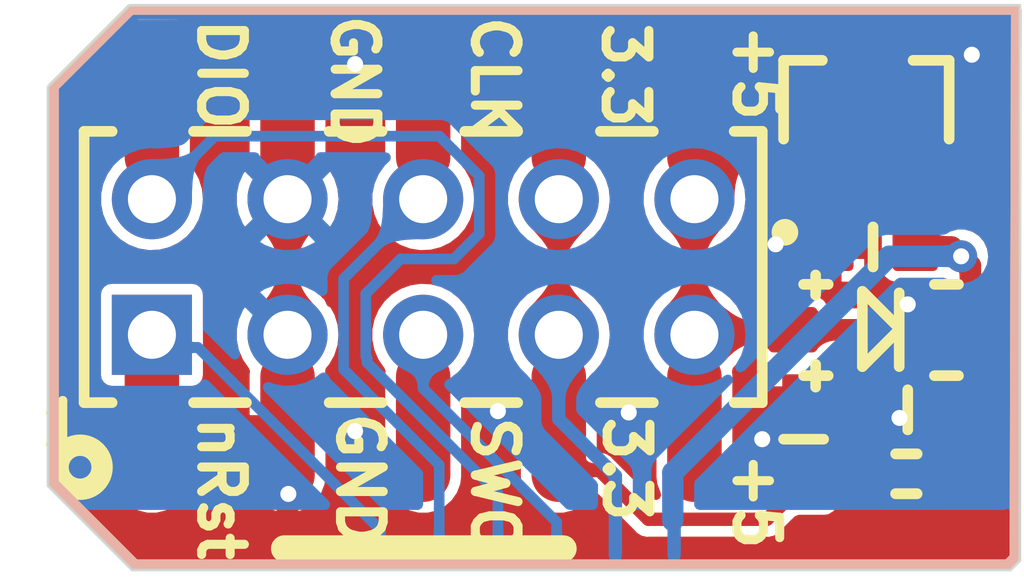
<source format=kicad_pcb>
(kicad_pcb (version 20210108) (generator pcbnew)
  (layers (0 "F.Cu" signal "Top Layer") (31 "B.Cu" signal "Bottom Layer") (34 "B.Paste" user) (35 "F.Paste" user) (36 "B.SilkS" user "B.Silkscreen") (37 "F.SilkS" user "F.Silkscreen") (38 "B.Mask" user) (39 "F.Mask" user) (44 "Edge.Cuts" user))
  (net 0 "")
  (net 1 "SWCLK")
  (net 2 "V33")
  (net 3 "V5ST")
  (net 4 "SWO")
  (net 5 "SWDIO")
  (net 6 "nReset")
  (net 7 "GND")
  (net 8 "V5")
  (footprint "General.pcblib:D Schottky" (layer "F.Cu") (at 15.599951 -4.499996 180)
    (fp_text reference "D480" hide)
    (fp_text value "B5819W" hide)
    (fp_line (start -1.000001 -0.859998) (end -1.45 -0.859998) (layer "F.SilkS") (width 0.2))
    (fp_line (start 1.45 -0.859998) (end 0.990001 -0.859998) (layer "F.SilkS") (width 0.2))
    (fp_line (start 0.349999 0.720001) (end -0.329999 0.040003) (layer "F.SilkS") (width 0.2))
    (fp_line (start 0.349999 -0.690001) (end -0.329999 -0.010002) (layer "F.SilkS") (width 0.2))
    (fp_line (start -1.000001 0.849998) (end -1.45 0.849998) (layer "F.SilkS") (width 0.2))
    (fp_line (start 1.224999 -1.074996) (end 1.224999 -0.649999) (layer "F.SilkS") (width 0.2))
    (fp_line (start 0.349999 -0.690001) (end 0.349999 0.690001) (layer "F.SilkS") (width 0.2))
    (fp_line (start 1.225004 0.649996) (end 1.225004 1.024997) (layer "F.SilkS") (width 0.2))
    (fp_line (start -0.340002 -0.690001) (end -0.340002 0.690001) (layer "F.SilkS") (width 0.2))
    (fp_line (start 1.45 0.849998) (end 0.990001 0.849998) (layer "F.SilkS") (width 0.2))
    (fp_line (start -0.329999 -0.010002) (end -0.329999 0.040003) (layer "F.SilkS") (width 0.2))
    (pad "1" smd roundrect (at -1.649999 0) (size 0.910001 0.850001) (layers "F.Cu" "F.Paste" "F.Mask") (roundrect_rratio 0.1) (net 8 "V5"))
    (pad "2" smd roundrect (at 1.649999 0) (size 0.910001 0.850001) (layers "F.Cu" "F.Paste" "F.Mask") (roundrect_rratio 0.1) (net 3 "V5ST"))
  )
  (footprint "General.pcblib:Cap" (layer "F.Cu") (at 14.174953 -2.45001 -90)
    (fp_text reference "C480" hide)
    (fp_text value "100n" hide)
    (fp_line (start 0 0.4) (end 0 -0.349986) (layer "F.SilkS") (width 0.2))
    (pad "1" smd roundrect (at -0.790001 0 270) (size 0.850001 0.850001) (layers "F.Cu" "F.Paste" "F.Mask") (roundrect_rratio 0.1) (net 7 "GND"))
    (pad "2" smd roundrect (at 0.790001 0 270) (size 0.850001 0.850001) (layers "F.Cu" "F.Paste" "F.Mask") (roundrect_rratio 0.1) (net 2 "V33"))
  )
  (footprint "General.pcblib:Res" (layer "F.Cu") (at 16.074954 -1.800009)
    (fp_text reference "R480" hide)
    (fp_text value "10k" hide)
    (fp_line (start -0.201056 0.37084) (end 0.198943 0.37085) (layer "F.SilkS") (width 0.2032))
    (fp_line (start -0.2 -0.374996) (end 0.199999 -0.374985) (layer "F.SilkS") (width 0.2032))
    (pad "1" smd roundrect (at -0.800001 0) (size 0.700001 0.920001) (layers "F.Cu" "F.Paste" "F.Mask") (roundrect_rratio 0.1) (net 7 "GND"))
    (pad "2" smd roundrect (at 0.800001 0) (size 0.700001 0.920001) (layers "F.Cu" "F.Paste" "F.Mask") (roundrect_rratio 0.1) (net 3 "V5ST"))
  )
  (footprint "General.pcblib:JTAG-STLink-2x5" (layer "F.Cu") (at 7.024949 -5.675)
    (fp_text reference "P480" hide)
    (fp_text value "ST/Link 2x5" hide)
    (fp_text user "1" (at -6.749948 2.949999 unlocked) (layer "F.SilkS") (effects (font (size 0.820001 0.820001) (thickness 0.17))))
    (fp_text user "" (at -7.62 -0.762 unlocked) (layer "F.SilkS") (effects (font (size 1.27 1.27) (thickness 0.2032))))
    (fp_text user "" (at 6.604 1.778 unlocked) (layer "F.SilkS") (effects (font (size 1.27 1.27) (thickness 0.2032))))
    (fp_text user "" (at 6.604 -0.762 unlocked) (layer "F.SilkS") (effects (font (size 1.27 1.27) (thickness 0.2032))))
    (fp_line (start 5.825 -2.54) (end 6.35 -2.54) (layer "F.SilkS") (width 0.2))
    (fp_line (start -4.299999 2.54) (end -3.310001 2.54) (layer "F.SilkS") (width 0.2))
    (fp_line (start 3.320001 -2.54) (end 4.309999 -2.54) (layer "F.SilkS") (width 0.2))
    (fp_line (start 0.780001 -2.54) (end 1.769999 -2.54) (layer "F.SilkS") (width 0.2))
    (fp_line (start -6.35 -2.54) (end -5.825 -2.54) (layer "F.SilkS") (width 0.2))
    (fp_line (start -1.759999 -2.54) (end -0.770001 -2.54) (layer "F.SilkS") (width 0.2))
    (fp_line (start 3.320001 2.54) (end 4.309999 2.54) (layer "F.SilkS") (width 0.2))
    (fp_line (start 0.780001 2.54) (end 1.769999 2.54) (layer "F.SilkS") (width 0.2))
    (fp_line (start -1.759999 2.54) (end -0.770001 2.54) (layer "F.SilkS") (width 0.2))
    (fp_line (start -6.35 2.54) (end -5.825 2.54) (layer "F.SilkS") (width 0.2))
    (fp_line (start 5.825 2.54) (end 6.35 2.54) (layer "F.SilkS") (width 0.2))
    (fp_line (start 6.35 2.54) (end 6.35 -2.54) (layer "F.SilkS") (width 0.2))
    (fp_line (start -4.299999 -2.54) (end -3.310001 -2.54) (layer "F.SilkS") (width 0.2))
    (fp_line (start -6.35 2.54) (end -6.35 -2.54) (layer "F.SilkS") (width 0.2))
    (fp_circle (center -6.425001 3.75) (end -6.425001 3.337687) (layer "F.SilkS") (width 0.399999) (fill none))
    (pad "1" thru_hole rect (at -5.08 1.27) (size 1.5 1.5) (drill 0.900001) (layers *.Cu *.Mask) (net 6 "nReset"))
    (pad "1" smd oval (at -5.08 2.975) (size 1.020001 2.849999) (layers "F.Cu" "F.Paste" "F.Mask") (net 6 "nReset"))
    (pad "2" thru_hole circle (at -5.08 -1.27) (size 1.5 1.5) (drill 0.900001) (layers *.Cu *.Mask) (net 5 "SWDIO"))
    (pad "2" smd oval (at -5.08 -2.975) (size 1.020001 2.849999) (layers "F.Cu" "F.Paste" "F.Mask") (net 5 "SWDIO"))
    (pad "3" smd oval (at -2.54 2.975) (size 1.020001 2.849999) (layers "F.Cu" "F.Paste" "F.Mask") (net 7 "GND"))
    (pad "3" thru_hole circle (at -2.54 1.27) (size 1.5 1.5) (drill 0.900001) (layers *.Cu *.Mask) (net 7 "GND"))
    (pad "4" thru_hole circle (at -2.54 -1.27) (size 1.5 1.5) (drill 0.900001) (layers *.Cu *.Mask) (net 7 "GND"))
    (pad "4" smd oval (at -2.54 -2.975) (size 1.020001 2.849999) (layers "F.Cu" "F.Paste" "F.Mask") (net 7 "GND"))
    (pad "5" thru_hole circle (at 0 1.27) (size 1.5 1.5) (drill 0.900001) (layers *.Cu *.Mask) (net 4 "SWO"))
    (pad "5" smd oval (at 0 2.975) (size 1.020001 2.849999) (layers "F.Cu" "F.Paste" "F.Mask") (net 4 "SWO"))
    (pad "6" thru_hole circle (at 0 -1.27) (size 1.5 1.5) (drill 0.900001) (layers *.Cu *.Mask) (net 1 "SWCLK"))
    (pad "6" smd oval (at 0 -2.975) (size 1.020001 2.849999) (layers "F.Cu" "F.Paste" "F.Mask") (net 1 "SWCLK"))
    (pad "7" smd oval (at 2.54 2.975) (size 1.020001 2.849999) (layers "F.Cu" "F.Paste" "F.Mask") (net 2 "V33"))
    (pad "7" thru_hole circle (at 2.54 1.27) (size 1.5 1.5) (drill 0.900001) (layers *.Cu *.Mask) (net 2 "V33"))
    (pad "8" smd oval (at 2.54 -2.975) (size 1.020001 2.849999) (layers "F.Cu" "F.Paste" "F.Mask") (net 2 "V33"))
    (pad "8" thru_hole circle (at 2.54 -1.27) (size 1.5 1.5) (drill 0.900001) (layers *.Cu *.Mask) (net 2 "V33"))
    (pad "9" thru_hole circle (at 5.08 1.27) (size 1.5 1.5) (drill 0.900001) (layers *.Cu *.Mask) (net 3 "V5ST"))
    (pad "9" smd oval (at 5.08 2.975) (size 1.020001 2.849999) (layers "F.Cu" "F.Paste" "F.Mask") (net 3 "V5ST"))
    (pad "10" thru_hole circle (at 5.08 -1.27) (size 1.5 1.5) (drill 0.900001) (layers *.Cu *.Mask) (net 3 "V5ST"))
    (pad "10" smd oval (at 5.08 -2.975) (size 1.020001 2.849999) (layers "F.Cu" "F.Paste" "F.Mask") (net 3 "V5ST"))
  )
  (footprint "General.pcblib:Cap" (layer "F.Cu") (at 15.449951 -6.024994 180)
    (fp_text reference "C482" hide)
    (fp_text value "100n" hide)
    (fp_line (start 0 -0.349986) (end 0 0.4) (layer "F.SilkS") (width 0.2))
    (pad "1" smd roundrect (at -0.790001 0 180) (size 0.850001 0.850001) (layers "F.Cu" "F.Paste" "F.Mask") (roundrect_rratio 0.1) (net 8 "V5"))
    (pad "2" smd roundrect (at 0.790001 0 180) (size 0.850001 0.850001) (layers "F.Cu" "F.Paste" "F.Mask") (roundrect_rratio 0.1) (net 7 "GND"))
  )
  (footprint "Mod.PcbLib:Mod-Hellen-STLink" (layer "F.Cu") (at 0 0)
    (fp_text reference "M480" hide)
    (fp_text value "Hellen One : ST/Link Module interface" hide)
    (fp_line (start 0.099908 -9.049992) (end 1.549908 -10.499992) (layer "B.SilkS") (width 0.2))
    (fp_line (start 1.625958 -0.098943) (end 17.973858 -0.098943) (layer "B.SilkS") (width 0.2))
    (fp_line (start 17.973858 -0.098943) (end 18.107919 -0.233004) (layer "B.SilkS") (width 0.2))
    (fp_line (start 1.549908 -10.499992) (end 18.106916 -10.499994) (layer "B.SilkS") (width 0.2))
    (fp_line (start 0.099908 -1.624993) (end 0.099908 -9.049992) (layer "B.SilkS") (width 0.2))
    (fp_line (start 18.106916 -10.499994) (end 18.133322 -10.473588) (layer "B.SilkS") (width 0.2))
    (fp_line (start 18.107919 -0.233004) (end 18.133322 -10.473588) (layer "B.SilkS") (width 0.2))
    (fp_line (start 0.099908 -1.624993) (end 1.625958 -0.098943) (layer "B.SilkS") (width 0.2))
    (fp_line (start 17.973939 -0.098943) (end 18.108 -0.233004) (layer "F.SilkS") (width 0.2))
    (fp_line (start 0.09999 -1.624993) (end 0.09999 -9.049992) (layer "F.SilkS") (width 0.2))
    (fp_line (start 1.549989 -10.499992) (end 18.106997 -10.499994) (layer "F.SilkS") (width 0.2))
    (fp_line (start 18.106997 -10.499994) (end 18.133403 -10.473588) (layer "F.SilkS") (width 0.2))
    (fp_line (start 0.09999 -9.049992) (end 1.549989 -10.499992) (layer "F.SilkS") (width 0.2))
    (fp_line (start 0.09999 -1.624993) (end 1.626039 -0.098943) (layer "F.SilkS") (width 0.2))
    (fp_line (start 18.108 -0.233004) (end 18.133403 -10.473588) (layer "F.SilkS") (width 0.2))
    (fp_line (start 1.626039 -0.098943) (end 17.973939 -0.098943) (layer "F.SilkS") (width 0.2))
    (pad "G" smd roundrect (at 0.947981 -0.952002 225) (size 0.2 2.240001) (layers "F.Cu" "F.Paste") (roundrect_rratio 0.5) (net 7 "GND"))
    (pad "G" smd roundrect (at 9.853978 -0.229011 270) (size 0.2 16.46) (layers "F.Cu" "F.Paste") (roundrect_rratio 0.5) (net 7 "GND"))
    (pad "G" smd roundrect (at 0.224991 -5.322494 180) (size 0.2 7.49) (layers "B.Cu" "B.Paste") (roundrect_rratio 0.5) (net 7 "GND"))
    (pad "G" smd roundrect (at 9.820554 -10.406637 270) (size 0.2 16.55) (layers "F.Cu" "F.Paste") (roundrect_rratio 0.5) (net 7 "GND"))
    (pad "G" smd roundrect (at 0.935424 -9.700943 135) (size 0.2 2.190001) (layers "B.Cu" "B.Paste") (roundrect_rratio 0.5) (net 7 "GND"))
    (pad "G" smd roundrect (at 18.017475 -5.811825) (size 0.2 9.369999) (layers "B.Cu" "B.Paste") (roundrect_rratio 0.5) (net 7 "GND"))
    (pad "G" smd roundrect (at 0.224991 -5.322494 180) (size 0.2 7.49) (layers "F.Cu" "F.Paste") (roundrect_rratio 0.5) (net 7 "GND"))
    (pad "G" smd roundrect (at 18.017475 -5.311828) (size 0.2 10.37) (layers "F.Cu" "F.Paste") (roundrect_rratio 0.5) (net 7 "GND"))
    (pad "G" smd roundrect (at 0.935424 -9.700943 135) (size 0.2 2.190001) (layers "F.Cu" "F.Paste") (roundrect_rratio 0.5) (net 7 "GND"))
    (pad "G" smd roundrect (at 9.820554 -10.406637 270) (size 0.2 16.55) (layers "B.Cu" "B.Paste") (roundrect_rratio 0.5) (net 7 "GND"))
    (pad "G" smd roundrect (at 0.447957 -1.452027 225) (size 0.2 0.800001) (layers "B.Cu" "B.Paste") (roundrect_rratio 0.5) (net 7 "GND"))
    (pad "N1" smd roundrect (at 11.724991 -0.399994 180) (size 0.25 0.499999) (layers "B.Cu" "B.Paste" "B.Mask") (roundrect_rratio 0.5) (net 8 "V5"))
    (pad "N2" smd roundrect (at 10.624993 -0.399994 180) (size 0.25 0.499999) (layers "B.Cu" "B.Paste" "B.Mask") (roundrect_rratio 0.5) (net 2 "V33"))
    (pad "N3" smd roundrect (at 9.524995 -0.399994 180) (size 0.25 0.499999) (layers "B.Cu" "B.Paste" "B.Mask") (roundrect_rratio 0.5) (net 4 "SWO"))
    (pad "N4" smd roundrect (at 8.424997 -0.399994 180) (size 0.25 0.499999) (layers "B.Cu" "B.Paste" "B.Mask") (roundrect_rratio 0.5) (net 5 "SWDIO"))
    (pad "N5" smd roundrect (at 7.324999 -0.399994 180) (size 0.25 0.499999) (layers "B.Cu" "B.Paste" "B.Mask") (roundrect_rratio 0.5) (net 1 "SWCLK"))
    (pad "N6" smd roundrect (at 6.225002 -0.399994 180) (size 0.25 0.499999) (layers "B.Cu" "B.Paste" "B.Mask") (roundrect_rratio 0.5) (net 6 "nReset"))
  )
  (footprint "General.pcblib:Cap" (layer "F.Cu") (at 16.099953 -2.975008 180)
    (fp_text reference "C481" hide)
    (fp_text value "100n" hide)
    (fp_line (start 0 -0.349987) (end 0 0.399999) (layer "F.SilkS") (width 0.2))
    (pad "1" smd roundrect (at -0.790001 0 180) (size 0.850001 0.850001) (layers "F.Cu" "F.Paste" "F.Mask") (roundrect_rratio 0.1) (net 3 "V5ST"))
    (pad "2" smd roundrect (at 0.790001 0 180) (size 0.850001 0.850001) (layers "F.Cu" "F.Paste" "F.Mask") (roundrect_rratio 0.1) (net 7 "GND"))
  )
  (footprint "Small.PcbLib:78xx" (layer "F.Cu") (at 15.349952 -8.37501 90)
    (fp_text reference "U480" hide)
    (fp_text value "AP2337SA-7" hide)
    (fp_line (start 1.170003 0.850003) (end 1.170003 1.525) (layer "F.SilkS") (width 0.2))
    (fp_line (start 1.170003 -1.575001) (end 1.170003 -0.849999) (layer "F.SilkS") (width 0.2))
    (fp_line (start -0.304998 1.525) (end 1.170003 1.525) (layer "F.SilkS") (width 0.2))
    (fp_line (start -0.304998 -1.575001) (end 1.170003 -1.575001) (layer "F.SilkS") (width 0.2))
    (fp_circle (center -2.050001 -1.55) (end -1.925 -1.55) (layer "F.SilkS") (width 0.25) (fill none))
    (pad "1" smd roundrect (at -1.179998 -0.949999) (size 0.900001 0.950001) (layers "F.Cu" "F.Paste" "F.Mask") (roundrect_rratio 0.1) (net 7 "GND"))
    (pad "2" smd roundrect (at -1.180003 0.95) (size 0.899998 0.950011) (layers "F.Cu" "F.Paste" "F.Mask") (roundrect_rratio 0.1) (net 8 "V5"))
    (pad "3" smd roundrect (at 1.170003 0.000002) (size 0.900001 0.950001) (layers "F.Cu" "F.Paste" "F.Mask") (roundrect_rratio 0.1) (net 3 "V5ST"))
  )
  (gr_poly (pts (xy 17.082453 -2.65827) (xy 17.083659 -2.593) (xy 17.093321 -2.477971) (xy 17.101777 -2.428212) (xy 17.112645 -2.383627) (xy 17.12593 -2.344214) (xy 17.141629 -2.309973) (xy 17.159745 -2.280902) (xy 17.180276 -2.257003) (xy 17.203222 -2.238276) (xy 16.546688 -2.238276) (xy 16.572484 -2.258807) (xy 16.595562 -2.284108) (xy 16.615928 -2.314181) (xy 16.633579 -2.349025) (xy 16.648511 -2.388639) (xy 16.660731 -2.433023) (xy 16.670233 -2.482179) (xy 16.677023 -2.536106) (xy 16.681094 -2.594803) (xy 16.682453 -2.65827)) (layer "F.Cu") (width 0) (fill solid))
  (gr_poly (pts (xy 13.574619 -1.236452) (xy 13.62442 -1.287991) (xy 13.702812 -1.380282) (xy 13.7314 -1.421031) (xy 13.752919 -1.458184) (xy 13.767366 -1.491742) (xy 13.774743 -1.521701) (xy 13.775047 -1.548067) (xy 13.768281 -1.570833) (xy 13.754443 -1.590004) (xy 14.104948 -1.2395) (xy 14.085776 -1.253338) (xy 14.06301 -1.260104) (xy 14.036645 -1.259799) (xy 14.006685 -1.252423) (xy 13.973127 -1.237976) (xy 13.935974 -1.216457) (xy 13.895225 -1.187869) (xy 13.850877 -1.152208) (xy 13.751395 -1.059675)) (layer "F.Cu") (width 0) (fill solid))
  (gr_poly (pts (xy 16.682453 -2.151451) (xy 16.680538 -2.209061) (xy 16.67479 -2.2633) (xy 16.665212 -2.314171) (xy 16.651801 -2.361672) (xy 16.634557 -2.405804) (xy 16.613482 -2.446566) (xy 16.588577 -2.48396) (xy 16.55984 -2.517983) (xy 16.527269 -2.548639) (xy 16.490869 -2.575923) (xy 17.280758 -2.574056) (xy 17.24308 -2.569916) (xy 17.209369 -2.557302) (xy 17.179623 -2.53622) (xy 17.153842 -2.506665) (xy 17.132028 -2.468639) (xy 17.114182 -2.422144) (xy 17.100301 -2.367176) (xy 17.090385 -2.303739) (xy 17.084436 -2.231829) (xy 17.082453 -2.151451)) (layer "F.Cu") (width 0) (fill solid))
  (gr_poly (pts (xy 9.439951 -5.755488) (xy 9.43595 -5.809155) (xy 9.423949 -5.865429) (xy 9.403949 -5.924306) (xy 9.37595 -5.985787) (xy 9.339948 -6.049876) (xy 9.29595 -6.116569) (xy 9.243949 -6.185865) (xy 9.115948 -6.332278) (xy 9.039949 -6.40939) (xy 10.089949 -6.40939) (xy 10.01395 -6.332278) (xy 9.885949 -6.185865) (xy 9.833948 -6.116569) (xy 9.78995 -6.049876) (xy 9.753948 -5.985787) (xy 9.72595 -5.924306) (xy 9.70595 -5.865429) (xy 9.693948 -5.809155) (xy 9.689948 -5.755488)) (layer "F.Cu") (width 0) (fill solid))
  (gr_poly (pts (xy 17.074952 -5.396047) (xy 17.074746 -5.430142) (xy 17.067538 -5.547779) (xy 17.06486 -5.560738) (xy 17.061772 -5.570177) (xy 17.058269 -5.576095) (xy 17.054358 -5.578488) (xy 17.390285 -5.799435) (xy 17.474951 -5.451328)) (layer "F.Cu") (width 0) (fill solid))
  (gr_poly (pts (xy 14.99851 -2.775008) (xy 14.899831 -2.775486) (xy 14.55752 -2.798432) (xy 14.542094 -2.805603) (xy 14.538564 -2.813731) (xy 14.546928 -2.822814) (xy 14.595462 -3.375007) (xy 14.596328 -3.337006) (xy 14.60596 -3.303008) (xy 14.624352 -3.273008) (xy 14.651512 -3.247006) (xy 14.687436 -3.225008) (xy 14.732122 -3.207007) (xy 14.785571 -3.193009) (xy 14.847788 -3.183009) (xy 14.918766 -3.177007) (xy 14.99851 -3.175008)) (layer "F.Cu") (width 0) (fill solid))
  (gr_poly (pts (xy 16.414951 -6.848551) (xy 16.416934 -6.769852) (xy 16.422883 -6.699509) (xy 16.432799 -6.637523) (xy 16.44668 -6.583896) (xy 16.464526 -6.538625) (xy 16.48634 -6.501714) (xy 16.512121 -6.473157) (xy 16.541867 -6.452961) (xy 16.575578 -6.44112) (xy 16.613256 -6.437638) (xy 15.840867 -6.424079) (xy 15.873943 -6.449261) (xy 15.903537 -6.478278) (xy 15.929651 -6.511133) (xy 15.952282 -6.547825) (xy 15.971431 -6.588354) (xy 15.987098 -6.63272) (xy 15.999285 -6.680921) (xy 16.007989 -6.732961) (xy 16.013212 -6.788838) (xy 16.014951 -6.848551)) (layer "F.Cu") (width 0) (fill solid))
  (gr_poly (pts (xy 17.474951 -5.323553) (xy 17.476935 -5.243848) (xy 17.482884 -5.172428) (xy 17.4928 -5.109291) (xy 17.506681 -5.054437) (xy 17.524527 -5.007867) (xy 17.54634 -4.969581) (xy 17.572121 -4.939579) (xy 17.601867 -4.917862) (xy 17.635578 -4.904425) (xy 17.673257 -4.899276) (xy 16.875547 -4.919571) (xy 16.913433 -4.922698) (xy 16.947332 -4.934105) (xy 16.977243 -4.953798) (xy 17.003166 -4.981773) (xy 17.025102 -5.018029) (xy 17.043047 -5.062568) (xy 17.057004 -5.11539) (xy 17.066976 -5.176495) (xy 17.072958 -5.245882) (xy 17.074952 -5.323553)) (layer "F.Cu") (width 0) (fill solid))
  (gr_poly (pts (xy 4.684949 -5.57784) (xy 4.6882 -5.514106) (xy 4.697948 -5.450375) (xy 4.714199 -5.386647) (xy 4.736948 -5.322921) (xy 4.766198 -5.259194) (xy 4.801949 -5.195473) (xy 4.844199 -5.131753) (xy 4.892949 -5.068034) (xy 4.948199 -5.004318) (xy 5.009949 -4.940605) (xy 3.959949 -4.940605) (xy 4.021699 -5.004318) (xy 4.076949 -5.068034) (xy 4.125699 -5.131753) (xy 4.16795 -5.195473) (xy 4.2037 -5.259194) (xy 4.232951 -5.322921) (xy 4.255699 -5.386647) (xy 4.27195 -5.450375) (xy 4.281698 -5.514106) (xy 4.28495 -5.57784)) (layer "F.Cu") (width 0) (fill solid))
  (gr_poly (pts (xy 16.014951 -6.321346) (xy 16.013575 -6.38572) (xy 16.002559 -6.499951) (xy 15.992922 -6.549807) (xy 15.980529 -6.594823) (xy 15.965383 -6.635001) (xy 15.947484 -6.670337) (xy 15.926831 -6.700835) (xy 15.903425 -6.726494) (xy 15.877263 -6.747312) (xy 16.61495 -6.724393) (xy 16.576949 -6.721483) (xy 16.542951 -6.710261) (xy 16.512951 -6.690728) (xy 16.48695 -6.662887) (xy 16.464951 -6.626738) (xy 16.44695 -6.582278) (xy 16.432952 -6.529509) (xy 16.422952 -6.468433) (xy 16.41695 -6.399045) (xy 16.414951 -6.321346)) (layer "F.Cu") (width 0) (fill solid))
  (gr_poly (pts (xy 12.304949 -5.57784) (xy 12.3082 -5.514106) (xy 12.317948 -5.450375) (xy 12.334199 -5.386647) (xy 12.356948 -5.322921) (xy 12.386198 -5.259194) (xy 12.421949 -5.195473) (xy 12.464199 -5.131753) (xy 12.512949 -5.068034) (xy 12.568199 -5.004318) (xy 12.629949 -4.940605) (xy 11.579949 -4.940605) (xy 11.641699 -5.004318) (xy 11.696949 -5.068034) (xy 11.745699 -5.131753) (xy 11.78795 -5.195473) (xy 11.8237 -5.259194) (xy 11.852951 -5.322921) (xy 11.875699 -5.386647) (xy 11.89195 -5.450375) (xy 11.901698 -5.514106) (xy 11.90495 -5.57784)) (layer "F.Cu") (width 0) (fill solid))
  (gr_poly (pts (xy 14.575691 -3.175008) (xy 14.635305 -3.176115) (xy 14.735703 -3.184972) (xy 14.776491 -3.192719) (xy 14.811004 -3.202683) (xy 14.839241 -3.21486) (xy 14.861205 -3.229252) (xy 14.876892 -3.245858) (xy 14.886305 -3.264677) (xy 14.889442 -3.285711) (xy 14.889442 -2.664305) (xy 14.886305 -2.685339) (xy 14.876892 -2.704158) (xy 14.861205 -2.720764) (xy 14.839241 -2.735156) (xy 14.811004 -2.747333) (xy 14.776491 -2.757297) (xy 14.735703 -2.765044) (xy 14.688642 -2.770581) (xy 14.635305 -2.773901) (xy 14.575691 -2.775008)) (layer "F.Cu") (width 0) (fill solid))
  (gr_poly (pts (xy 15.092451 -2.151451) (xy 15.090635 -2.210262) (xy 15.085187 -2.265439) (xy 15.076109 -2.316975) (xy 15.063399 -2.364877) (xy 15.047057 -2.409144) (xy 15.027082 -2.449772) (xy 15.003475 -2.486764) (xy 14.976236 -2.520122) (xy 14.945368 -2.54984) (xy 14.910867 -2.575923) (xy 15.690756 -2.567376) (xy 15.653078 -2.563607) (xy 15.619367 -2.551435) (xy 15.589621 -2.530856) (xy 15.56384 -2.501872) (xy 15.542026 -2.464481) (xy 15.52418 -2.418687) (xy 15.510299 -2.364486) (xy 15.500383 -2.30188) (xy 15.494434 -2.230867) (xy 15.492451 -2.151451)) (layer "F.Cu") (width 0) (fill solid))
  (gr_poly (pts (xy 9.689948 -5.594507) (xy 9.693948 -5.54084) (xy 9.70595 -5.484566) (xy 9.72595 -5.425689) (xy 9.753948 -5.364208) (xy 9.78995 -5.300119) (xy 9.833948 -5.233426) (xy 9.885949 -5.16413) (xy 10.01395 -5.017717) (xy 10.089949 -4.940605) (xy 9.039949 -4.940605) (xy 9.115948 -5.017717) (xy 9.243949 -5.16413) (xy 9.29595 -5.233426) (xy 9.339948 -5.300119) (xy 9.37595 -5.364208) (xy 9.403949 -5.425689) (xy 9.423949 -5.484566) (xy 9.43595 -5.54084) (xy 9.439951 -5.594507)) (layer "F.Cu") (width 0) (fill solid))
  (gr_poly (pts (xy 13.28928 -4.252498) (xy 13.224571 -4.249123) (xy 13.16054 -4.238998) (xy 13.097187 -4.22212) (xy 13.034513 -4.198496) (xy 12.972519 -4.168117) (xy 12.911204 -4.13099) (xy 12.850566 -4.087111) (xy 12.790609 -4.036482) (xy 12.731331 -3.979103) (xy 12.672731 -3.914973) (xy 12.606231 -4.962865) (xy 12.674971 -4.903897) (xy 12.810404 -4.804578) (xy 12.877096 -4.76423) (xy 12.943108 -4.73009) (xy 13.008437 -4.702157) (xy 13.073085 -4.68043) (xy 13.13705 -4.664913) (xy 13.200334 -4.655602) (xy 13.262935 -4.652498)) (layer "F.Cu") (width 0) (fill solid))
  (gr_poly (pts (xy 16.924967 -5.849996) (xy 16.874711 -5.849381) (xy 16.755684 -5.840164) (xy 16.726588 -5.834631) (xy 16.702783 -5.82787) (xy 16.684267 -5.819882) (xy 16.671041 -5.810664) (xy 16.663106 -5.800214) (xy 16.660462 -5.788538) (xy 16.660462 -6.311453) (xy 16.663106 -6.299777) (xy 16.671041 -6.289327) (xy 16.684267 -6.280109) (xy 16.702783 -6.272121) (xy 16.726588 -6.26536) (xy 16.755684 -6.259827) (xy 16.790071 -6.255527) (xy 16.874711 -6.25061) (xy 16.924967 -6.249995)) (layer "F.Cu") (width 0) (fill solid))
  (gr_poly (pts (xy 14.501299 -9.540001) (xy 14.58069 -9.542) (xy 14.651393 -9.548002) (xy 14.713412 -9.558002) (xy 14.766745 -9.572) (xy 14.811393 -9.590001) (xy 14.847354 -9.612) (xy 14.874631 -9.638002) (xy 14.893221 -9.668002) (xy 14.903127 -9.702) (xy 14.904347 -9.740001) (xy 14.956028 -9.078105) (xy 14.934844 -9.089865) (xy 14.908352 -9.100388) (xy 14.876551 -9.109672) (xy 14.839439 -9.117719) (xy 14.797021 -9.124528) (xy 14.696252 -9.134432) (xy 14.574246 -9.139382) (xy 14.50528 -9.140002)) (layer "F.Cu") (width 0) (fill solid))
  (gr_poly (pts (xy 13.075694 -7.632901) (xy 13.032925 -7.585537) (xy 12.994757 -7.533577) (xy 12.961183 -7.477023) (xy 12.932209 -7.415875) (xy 12.90783 -7.350133) (xy 12.888051 -7.279795) (xy 12.87287 -7.204862) (xy 12.862286 -7.125335) (xy 12.856299 -7.041215) (xy 12.854912 -6.952498) (xy 12.11245 -7.69496) (xy 12.201167 -7.696347) (xy 12.285287 -7.702334) (xy 12.364814 -7.712918) (xy 12.439747 -7.7281) (xy 12.510084 -7.747879) (xy 12.575827 -7.772258) (xy 12.636975 -7.801232) (xy 12.693528 -7.834805) (xy 12.745489 -7.872974) (xy 12.792852 -7.915742)) (layer "F.Cu") (width 0) (fill solid))
  (gr_poly (pts (xy 13.096395 -4.652498) (xy 13.174342 -4.654492) (xy 13.243979 -4.660473) (xy 13.305305 -4.670445) (xy 13.35832 -4.684403) (xy 13.403024 -4.702348) (xy 13.439414 -4.724283) (xy 13.467497 -4.750206) (xy 13.487265 -4.780117) (xy 13.498723 -4.814016) (xy 13.50187 -4.851903) (xy 13.520867 -4.100911) (xy 13.498391 -4.129712) (xy 13.471479 -4.155483) (xy 13.440126 -4.178221) (xy 13.404337 -4.197927) (xy 13.364108 -4.214602) (xy 13.319443 -4.228244) (xy 13.270337 -4.238856) (xy 13.216796 -4.246436) (xy 13.158813 -4.250982) (xy 13.096395 -4.252498)) (layer "F.Cu") (width 0) (fill solid))
  (gr_poly (pts (xy 11.90495 -5.772155) (xy 11.901698 -5.835889) (xy 11.89195 -5.89962) (xy 11.875699 -5.963349) (xy 11.852951 -6.027075) (xy 11.8237 -6.090801) (xy 11.78795 -6.154522) (xy 11.745699 -6.218243) (xy 11.696949 -6.281961) (xy 11.641699 -6.345677) (xy 11.579949 -6.40939) (xy 12.629949 -6.40939) (xy 12.568199 -6.345677) (xy 12.512949 -6.281961) (xy 12.464199 -6.218243) (xy 12.421949 -6.154522) (xy 12.386198 -6.090801) (xy 12.356948 -6.027075) (xy 12.334199 -5.963349) (xy 12.317948 -5.89962) (xy 12.3082 -5.835889) (xy 12.304949 -5.772155)) (layer "F.Cu") (width 0) (fill solid))
  (gr_poly (pts (xy 16.466396 -3.681407) (xy 16.548694 -3.601908) (xy 16.696139 -3.476846) (xy 16.761282 -3.431289) (xy 16.820711 -3.397042) (xy 16.874419 -3.374111) (xy 16.922412 -3.36249) (xy 16.964685 -3.362185) (xy 17.001241 -3.373196) (xy 17.032079 -3.395518) (xy 16.469444 -2.832882) (xy 16.491765 -2.86372) (xy 16.502776 -2.900276) (xy 16.502471 -2.942549) (xy 16.490851 -2.990543) (xy 16.46792 -3.044251) (xy 16.433673 -3.103679) (xy 16.388116 -3.168823) (xy 16.331242 -3.239686) (xy 16.183554 -3.398566)) (layer "F.Cu") (width 0) (fill solid))
  (gr_poly (pts (xy 10.320571 -1.741688) (xy 10.268986 -1.740461) (xy 10.222664 -1.736786) (xy 10.18161 -1.730662) (xy 10.145824 -1.722084) (xy 10.115301 -1.711061) (xy 10.090046 -1.697584) (xy 10.070056 -1.681658) (xy 10.055334 -1.663281) (xy 10.045878 -1.642455) (xy 10.041687 -1.619179) (xy 10.073226 -2.11536) (xy 10.074328 -2.091863) (xy 10.08078 -2.070837) (xy 10.092578 -2.052287) (xy 10.109728 -2.036209) (xy 10.132225 -2.022605) (xy 10.160071 -2.011474) (xy 10.193269 -2.002818) (xy 10.231813 -1.996633) (xy 10.275705 -1.992922) (xy 10.324948 -1.991685)) (layer "F.Cu") (width 0) (fill solid))
  (gr_poly (pts (xy 4.28495 -5.772155) (xy 4.281698 -5.835889) (xy 4.27195 -5.89962) (xy 4.255699 -5.963349) (xy 4.232951 -6.027075) (xy 4.2037 -6.090801) (xy 4.16795 -6.154522) (xy 4.125699 -6.218243) (xy 4.076949 -6.281961) (xy 4.021699 -6.345677) (xy 3.959949 -6.40939) (xy 5.009949 -6.40939) (xy 4.948199 -6.345677) (xy 4.892949 -6.281961) (xy 4.844199 -6.218243) (xy 4.801949 -6.154522) (xy 4.766198 -6.090801) (xy 4.736948 -6.027075) (xy 4.714199 -5.963349) (xy 4.697948 -5.89962) (xy 4.6882 -5.835889) (xy 4.684949 -5.772155)) (layer "F.Cu") (width 0) (fill solid))
  (gr_poly (pts (xy 14.803509 -4.299996) (xy 14.746801 -4.298005) (xy 14.693262 -4.292034) (xy 14.642894 -4.282079) (xy 14.595693 -4.268142) (xy 14.551663 -4.250225) (xy 14.510799 -4.228325) (xy 14.473105 -4.202445) (xy 14.438579 -4.172582) (xy 14.407223 -4.138737) (xy 14.379037 -4.100911) (xy 14.379037 -4.899081) (xy 14.407223 -4.861255) (xy 14.438579 -4.82741) (xy 14.473105 -4.797547) (xy 14.510799 -4.771667) (xy 14.551663 -4.749767) (xy 14.595693 -4.73185) (xy 14.642894 -4.717913) (xy 14.693262 -4.707959) (xy 14.746801 -4.701987) (xy 14.803509 -4.699996)) (layer "F.Cu") (width 0) (fill solid))
  (gr_poly (pts (xy 15.492451 -2.65827) (xy 15.493558 -2.591796) (xy 15.50242 -2.475164) (xy 15.510175 -2.425007) (xy 15.520142 -2.380287) (xy 15.532329 -2.341006) (xy 15.546728 -2.307166) (xy 15.563342 -2.278764) (xy 15.582174 -2.255799) (xy 15.60322 -2.238276) (xy 14.946686 -2.238276) (xy 14.974382 -2.260011) (xy 14.999162 -2.286246) (xy 15.021027 -2.316988) (xy 15.039975 -2.352233) (xy 15.05601 -2.391979) (xy 15.069129 -2.436231) (xy 15.079332 -2.484986) (xy 15.08662 -2.538245) (xy 15.090993 -2.596004) (xy 15.092451 -2.65827)) (layer "F.Cu") (width 0) (fill solid))
  (gr_poly (pts (xy 16.676284 -6.249995) (xy 17.024391 -6.165329) (xy 16.803444 -5.829402) (xy 16.801051 -5.833313) (xy 16.795133 -5.836816) (xy 16.785694 -5.839905) (xy 16.772735 -5.842582) (xy 16.75625 -5.844847) (xy 16.712717 -5.848142) (xy 16.621003 -5.849996)) (layer "F.Cu") (width 0) (fill solid))
  (gr_poly (pts (xy 9.439951 -3.215488) (xy 9.43595 -3.269155) (xy 9.423949 -3.325429) (xy 9.403949 -3.384306) (xy 9.37595 -3.445787) (xy 9.339948 -3.509876) (xy 9.29595 -3.576569) (xy 9.243949 -3.645865) (xy 9.115948 -3.792278) (xy 9.039949 -3.86939) (xy 10.089949 -3.86939) (xy 10.01395 -3.792278) (xy 9.885949 -3.645865) (xy 9.833948 -3.576569) (xy 9.78995 -3.509876) (xy 9.753948 -3.445787) (xy 9.72595 -3.384306) (xy 9.70595 -3.325429) (xy 9.693948 -3.269155) (xy 9.689948 -3.215488)) (layer "B.Cu") (width 0) (fill solid))
  (gr_poly (pts (xy 2.807081 -4.067891) (xy 2.784617 -4.067739) (xy 2.70777 -4.062425) (xy 2.699492 -4.060452) (xy 2.693581 -4.058176) (xy 2.690033 -4.055595) (xy 2.688852 -4.05271) (xy 2.688852 -4.283072) (xy 2.690033 -4.280187) (xy 2.693581 -4.277606) (xy 2.699492 -4.275331) (xy 2.70777 -4.273357) (xy 2.71841 -4.271686) (xy 2.746784 -4.269257) (xy 2.784617 -4.268043) (xy 2.807081 -4.267891)) (layer "B.Cu") (width 0) (fill solid))
  (gr_poly (pts (xy 6.110445 -6.171916) (xy 6.142779 -6.210259) (xy 6.171585 -6.257097) (xy 6.196861 -6.312426) (xy 6.218608 -6.376246) (xy 6.236828 -6.448557) (xy 6.251517 -6.529362) (xy 6.262677 -6.618658) (xy 6.274412 -6.822724) (xy 6.274986 -6.937497) (xy 7.017449 -6.195035) (xy 6.902676 -6.194461) (xy 6.69861 -6.182726) (xy 6.609314 -6.171565) (xy 6.528509 -6.156876) (xy 6.456197 -6.138657) (xy 6.392377 -6.116909) (xy 6.337049 -6.091634) (xy 6.290211 -6.062828) (xy 6.251867 -6.030493)) (layer "B.Cu") (width 0) (fill solid))
  (gr_poly (pts (xy 9.624995 -0.794842) (xy 9.625145 -0.75662) (xy 9.637044 -0.57881) (xy 9.639872 -0.57258) (xy 9.410118 -0.57258) (xy 9.412945 -0.57881) (xy 9.415475 -0.588594) (xy 9.417705 -0.601934) (xy 9.421277 -0.639277) (xy 9.424401 -0.721952) (xy 9.424995 -0.794842)) (layer "B.Cu") (width 0) (fill solid))
  (gr_poly (pts (xy 6.924949 -3.400024) (xy 6.922976 -3.444799) (xy 6.91705 -3.486658) (xy 6.907177 -3.525599) (xy 6.893354 -3.561624) (xy 6.875582 -3.59473) (xy 6.85386 -3.62492) (xy 6.828188 -3.652195) (xy 6.798569 -3.676551) (xy 6.764998 -3.697991) (xy 6.72748 -3.716513) (xy 7.322419 -3.716513) (xy 7.2849 -3.697991) (xy 7.251329 -3.676551) (xy 7.22171 -3.652195) (xy 7.196038 -3.62492) (xy 7.174316 -3.59473) (xy 7.156544 -3.561624) (xy 7.142721 -3.525599) (xy 7.132848 -3.486658) (xy 7.126923 -3.444799) (xy 7.124949 -3.400024)) (layer "B.Cu") (width 0) (fill solid))
  (gr_poly (pts (xy 2.859453 -7.71808) (xy 2.827119 -7.679736) (xy 2.798313 -7.632898) (xy 2.773037 -7.577569) (xy 2.75129 -7.513749) (xy 2.73307 -7.441438) (xy 2.718382 -7.360633) (xy 2.707221 -7.271337) (xy 2.695486 -7.067271) (xy 2.694912 -6.952498) (xy 1.95245 -7.69496) (xy 2.067222 -7.695535) (xy 2.271288 -7.707269) (xy 2.360585 -7.71843) (xy 2.44139 -7.733119) (xy 2.513701 -7.751338) (xy 2.577521 -7.773086) (xy 2.63285 -7.798361) (xy 2.679687 -7.827167) (xy 2.718031 -7.859502)) (layer "B.Cu") (width 0) (fill solid))
  (gr_poly (pts (xy 16.696352 -6.075002) (xy 16.885717 -6.085002) (xy 16.885717 -5.665003) (xy 16.882057 -5.666903) (xy 16.875006 -5.668602) (xy 16.864556 -5.670103) (xy 16.833474 -5.672503) (xy 16.730566 -5.674904) (xy 16.696352 -5.675003)) (layer "B.Cu") (width 0) (fill solid))
  (gr_poly (pts (xy 8.524997 -0.794842) (xy 8.525147 -0.75662) (xy 8.537047 -0.57881) (xy 8.539874 -0.57258) (xy 8.310121 -0.57258) (xy 8.312948 -0.57881) (xy 8.315477 -0.588594) (xy 8.317708 -0.601934) (xy 8.321279 -0.639277) (xy 8.324403 -0.721952) (xy 8.324997 -0.794842)) (layer "B.Cu") (width 0) (fill solid))
  (gr_poly (pts (xy 7.424999 -0.794842) (xy 7.425149 -0.75662) (xy 7.437049 -0.57881) (xy 7.439876 -0.57258) (xy 7.210123 -0.57258) (xy 7.21295 -0.57881) (xy 7.21548 -0.588594) (xy 7.21771 -0.601934) (xy 7.221281 -0.639277) (xy 7.224405 -0.721952) (xy 7.225 -0.794842)) (layer "B.Cu") (width 0) (fill solid))
  (gr_line (start 4.424964 -0.399997) (end 9.649965 -0.399997) (layer "F.SilkS") (width 0.499999))
  (gr_line (start 0 -1.574998) (end 0 -9.05) (layer "Edge.Cuts") (width 0.05))
  (gr_line (start 1.574993 0) (end 0 -1.574998) (layer "Edge.Cuts") (width 0.05))
  (gr_line (start 18.199994 -0.175001) (end 18.024993 0) (layer "Edge.Cuts") (width 0.05))
  (gr_line (start 1.524996 -10.575) (end 18.199994 -10.575) (layer "Edge.Cuts") (width 0.05))
  (gr_line (start 0 -9.05) (end 1.524996 -10.575) (layer "Edge.Cuts") (width 0.05))
  (gr_line (start 18.199994 -10.575) (end 18.199994 -0.175001) (layer "Edge.Cuts") (width 0.05))
  (gr_line (start 18.024993 0) (end 1.574993 0) (layer "Edge.Cuts") (width 0.05))
  (gr_line (start 0 -1.574998) (end 0 -1.574998) (layer "Edge.Cuts") (width 0.05))
  (gr_text "nRst" (at 2.769944 -2.954998 270) (layer "F.SilkS") (effects (font (size 0.800001 0.800001) (thickness 0.17)) (justify left bottom)))
  (gr_text "3.3" (at 10.364945 -2.955 270) (layer "F.SilkS") (effects (font (size 0.800001 0.800001) (thickness 0.17)) (justify left bottom)))
  (gr_text "SWO" (at 7.894996 -2.955 270) (layer "F.SilkS") (effects (font (size 0.800001 0.800001) (thickness 0.17)) (justify left bottom)))
  (gr_text "DIO" (at 2.769997 -10.405003 270) (layer "F.SilkS") (effects (font (size 0.800001 0.800001) (thickness 0.17)) (justify left bottom)))
  (gr_text "GND" (at 5.369994 -3.030002 270) (layer "F.SilkS") (effects (font (size 0.800001 0.800001) (thickness 0.17)) (justify left bottom)))
  (gr_text "+5" (at 12.794993 -10.305004 270) (layer "F.SilkS") (effects (font (size 0.800001 0.800001) (thickness 0.17)) (justify left bottom)))
  (gr_text "CLK" (at 7.894998 -10.455003 270) (layer "F.SilkS") (effects (font (size 0.800001 0.800001) (thickness 0.17)) (justify left bottom)))
  (gr_text "3.3" (at 10.34496 -10.33001 270) (layer "F.SilkS") (effects (font (size 0.800001 0.800001) (thickness 0.17)) (justify left bottom)))
  (gr_text "GND" (at 5.269997 -10.480002 270) (layer "F.SilkS") (effects (font (size 0.800001 0.800001) (thickness 0.17)) (justify left bottom)))
  (gr_text "+5" (at 12.794996 -2.280003 270) (layer "F.SilkS") (effects (font (size 0.800001 0.800001) (thickness 0.17)) (justify left bottom)))
  (segment (start 5.53495 -3.758654) (end 7.324974 -1.96863) (width 0.2) (layer "B.Cu") (net 1))
  (segment (start 5.53495 -5.454998) (end 7.024949 -6.944998) (width 0.2) (layer "B.Cu") (net 1))
  (segment (start 7.324974 -0.400009) (end 7.324974 -1.96863) (width 0.2) (layer "B.Cu") (net 1))
  (segment (start 5.53495 -3.758654) (end 5.53495 -5.454998) (width 0.2) (layer "B.Cu") (net 1))
  (segment (start 10.324948 -1.866687) (end 11.241636 -0.949998) (width 0.25) (layer "F.Cu") (net 2))
  (segment (start 13.464941 -0.949998) (end 14.174953 -1.660009) (width 0.25) (layer "F.Cu") (net 2))
  (segment (start 9.564949 -4.404998) (end 9.564949 -6.944998) (width 0.25) (layer "F.Cu") (net 2))
  (segment (start 11.241636 -0.949998) (end 13.464941 -0.949998) (width 0.25) (layer "F.Cu") (net 2))
  (segment (start 9.920643 -1.866687) (end 10.324948 -1.866687) (width 0.25) (layer "F.Cu") (net 2))
  (segment (start 9.564949 -2.222381) (end 9.564949 -2.699997) (width 0.25) (layer "F.Cu") (net 2))
  (segment (start 9.564949 -2.222381) (end 9.920643 -1.866687) (width 0.25) (layer "F.Cu") (net 2))
  (segment (start 9.564949 -2.825887) (end 9.564949 -4.404998) (width 0.25) (layer "B.Cu") (net 2))
  (segment (start 9.564949 -2.825887) (end 10.624967 -1.765869) (width 0.25) (layer "B.Cu") (net 2))
  (segment (start 10.624967 -0.400009) (end 10.624967 -1.765869) (width 0.25) (layer "B.Cu") (net 2))
  (segment (start 15.364965 -4.499996) (end 16.889954 -2.975008) (width 0.399999) (layer "F.Cu") (net 3))
  (segment (start 14.499953 -9.340002) (end 15.144943 -9.340002) (width 0.399999) (layer "F.Cu") (net 3))
  (segment (start 16.874955 -1.800009) (end 16.882453 -1.807507) (width 0.399999) (layer "F.Cu") (net 3))
  (segment (start 12.15245 -4.452498) (end 13.927455 -4.452498) (width 0.399999) (layer "F.Cu") (net 3))
  (segment (start 13.927455 -4.452498) (end 13.974953 -4.499996) (width 0.399999) (layer "F.Cu") (net 3))
  (segment (start 12.104949 -4.499999) (end 12.104949 -6.944998) (width 0.399999) (layer "F.Cu") (net 3))
  (segment (start 12.104949 -6.944998) (end 14.499953 -9.340002) (width 0.399999) (layer "F.Cu") (net 3))
  (segment (start 16.882453 -2.967507) (end 16.889954 -2.975008) (width 0.399999) (layer "F.Cu") (net 3))
  (segment (start 16.882453 -1.807507) (end 16.882453 -2.967507) (width 0.399999) (layer "F.Cu") (net 3))
  (segment (start 12.104949 -4.499999) (end 12.15245 -4.452498) (width 0.399999) (layer "F.Cu") (net 3))
  (segment (start 12.104949 -4.404998) (end 12.15245 -4.452498) (width 0.399999) (layer "F.Cu") (net 3))
  (segment (start 13.97495 -4.499996) (end 15.364965 -4.499996) (width 0.399999) (layer "F.Cu") (net 3))
  (segment (start 15.144943 -9.340002) (end 15.349954 -9.545013) (width 0.399999) (layer "F.Cu") (net 3))
  (segment (start 7.024949 -3.400024) (end 7.024949 -4.404998) (width 0.2) (layer "B.Cu") (net 4))
  (segment (start 7.024949 -3.400024) (end 9.52497 -0.900003) (width 0.2) (layer "B.Cu") (net 4))
  (segment (start 9.52497 -0.400009) (end 9.52497 -0.900003) (width 0.2) (layer "B.Cu") (net 4))
  (segment (start 5.949965 -5.175009) (end 6.599966 -5.82501) (width 0.2) (layer "B.Cu") (net 5))
  (segment (start 5.949965 -4.000007) (end 5.974949 -3.975024) (width 0.2) (layer "B.Cu") (net 5))
  (segment (start 7.329861 -8.12501) (end 8.07495 -7.379922) (width 0.2) (layer "B.Cu") (net 5))
  (segment (start 5.974949 -3.884341) (end 8.424972 -1.434318) (width 0.2) (layer "B.Cu") (net 5))
  (segment (start 8.07495 -6.299995) (end 8.07495 -7.379922) (width 0.2) (layer "B.Cu") (net 5))
  (segment (start 5.974949 -3.884341) (end 5.974949 -3.975024) (width 0.2) (layer "B.Cu") (net 5))
  (segment (start 5.949965 -4.000007) (end 5.949965 -5.175009) (width 0.2) (layer "B.Cu") (net 5))
  (segment (start 7.599964 -5.82501) (end 8.07495 -6.299995) (width 0.2) (layer "B.Cu") (net 5))
  (segment (start 6.599966 -5.82501) (end 7.599964 -5.82501) (width 0.2) (layer "B.Cu") (net 5))
  (segment (start 8.424972 -0.400009) (end 8.424972 -1.434318) (width 0.2) (layer "B.Cu") (net 5))
  (segment (start 3.124962 -8.12501) (end 7.329861 -8.12501) (width 0.2) (layer "B.Cu") (net 5))
  (segment (start 1.944949 -6.944998) (end 3.124962 -8.12501) (width 0.2) (layer "B.Cu") (net 5))
  (segment (start 1.944949 -4.404998) (end 2.182056 -4.167891) (width 0.2) (layer "B.Cu") (net 6))
  (segment (start 2.182056 -4.167891) (end 2.807081 -4.167891) (width 0.2) (layer "B.Cu") (net 6))
  (segment (start 6.224976 -0.400009) (end 6.224976 -0.749996) (width 0.2) (layer "B.Cu") (net 6))
  (segment (start 2.807081 -4.167891) (end 6.224976 -0.749996) (width 0.2) (layer "B.Cu") (net 6))
  (segment (start 4.484949 -4.404998) (end 4.484949 -6.944998) (width 0.399999) (layer "F.Cu") (net 7))
  (segment (start 15.292451 -2.957507) (end 15.309952 -2.975008) (width 0.399999) (layer "F.Cu") (net 7))
  (segment (start 15.292451 -1.817507) (end 15.292451 -2.957507) (width 0.399999) (layer "F.Cu") (net 7))
  (segment (start 14.575691 -2.975008) (end 15.309952 -2.975008) (width 0.399999) (layer "F.Cu") (net 7))
  (segment (start 15.274953 -1.800009) (end 15.292451 -1.817507) (width 0.399999) (layer "F.Cu") (net 7))
  (segment (start 14.174953 -3.240011) (end 14.399953 -3.01501) (width 0.399999) (layer "F.Cu") (net 7))
  (segment (start 14.535688 -3.01501) (end 14.575691 -2.975008) (width 0.399999) (layer "F.Cu") (net 7))
  (segment (start 14.399953 -3.01501) (end 14.535688 -3.01501) (width 0.399999) (layer "F.Cu") (net 7))
  (via (at 16.099965 -4.975009) (size 0.599999) (drill 0.299999) (layers "F.Cu" "B.Cu") (net 7))
  (via (at 13.374959 -2.45001) (size 0.599999) (drill 0.299999) (layers "F.Cu" "B.Cu") (net 7))
  (via (at 13.624964 -6.100008) (size 0.599999) (drill 0.299999) (layers "F.Cu" "B.Cu") (net 7))
  (via (at 4.499966 -1.425009) (size 0.599999) (drill 0.299999) (layers "F.Cu" "B.Cu") (net 7))
  (via (at 10.874964 -2.950009) (size 0.599999) (drill 0.299999) (layers "F.Cu" "B.Cu") (net 7))
  (via (at 8.424964 -2.975008) (size 0.599999) (drill 0.299999) (layers "F.Cu" "B.Cu") (net 7))
  (via (at 15.945592 -2.848008) (size 0.599999) (drill 0.299999) (layers "F.Cu" "B.Cu") (net 7))
  (via (at 5.749966 -9.47501) (size 0.599999) (drill 0.299999) (layers "F.Cu" "B.Cu") (net 7))
  (via (at 17.299965 -9.650009) (size 0.599999) (drill 0.299999) (layers "F.Cu" "B.Cu") (net 7))
  (via (at 5.749966 -2.60001) (size 0.599999) (drill 0.299999) (layers "F.Cu" "B.Cu") (net 7))
  (segment (start 16.214951 -6.049996) (end 16.924967 -6.049996) (width 0.399999) (layer "F.Cu") (net 8))
  (segment (start 16.214951 -6.049996) (end 16.214951 -7.110006) (width 0.399999) (layer "F.Cu") (net 8))
  (segment (start 17.274951 -4.499996) (end 17.274951 -5.700011) (width 0.399999) (layer "F.Cu") (net 8))
  (segment (start 16.214951 -7.110006) (end 16.299952 -7.195007) (width 0.399999) (layer "F.Cu") (net 8))
  (segment (start 16.924967 -6.049996) (end 17.274951 -5.700011) (width 0.399999) (layer "F.Cu") (net 8))
  (via (at 17.099958 -5.875002) (size 0.599999) (drill 0.299999) (layers "F.Cu" "B.Cu") (net 8))
  (segment (start 11.724965 -0.400009) (end 11.724965 -0.900008) (width 0.25) (layer "B.Cu") (net 8))
  (segment (start 11.699964 -1.82501) (end 15.749956 -5.875002) (width 0.399999) (layer "B.Cu") (net 8))
  (segment (start 15.749956 -5.875002) (end 17.099958 -5.875002) (width 0.399999) (layer "B.Cu") (net 8))
  (segment (start 11.699964 -0.92501) (end 11.724965 -0.900008) (width 0.25) (layer "B.Cu") (net 8))
  (segment (start 11.699964 -0.92501) (end 11.699964 -1.82501) (width 0.399999) (layer "B.Cu") (net 8))
  (zone (net 7) (net_name "GND") (layer "F.Cu") (priority 1) (connect_pads (clearance 0.2)) (min_thickness 0.2) (fill yes (thermal_gap 0.2) (thermal_bridge_width 0.399999))
    (polygon (pts (xy 17.999967 -10.299385) (xy 17.999967 -0.10001) (xy 1.699966 -0.10001) (xy 0.110312 -1.689666) (xy 0.110312 -8.918753) (xy 1.490944 -10.299385) (xy 17.889949 -10.406652)))
  )
  (zone (net 7) (net_name "GND") (layer "B.Cu") (connect_pads (clearance 0.2)) (min_thickness 0.2) (fill yes (thermal_gap 0.2) (thermal_bridge_width 0.399999))
    (polygon (pts (xy 17.999967 -10.299385) (xy 17.999974 -1.125009) (xy 0.674977 -1.125009) (xy 0.110312 -1.689666) (xy 0.110312 -8.918753) (xy 1.490944 -10.299385) (xy 17.889949 -10.406652)))
  )
)
</source>
